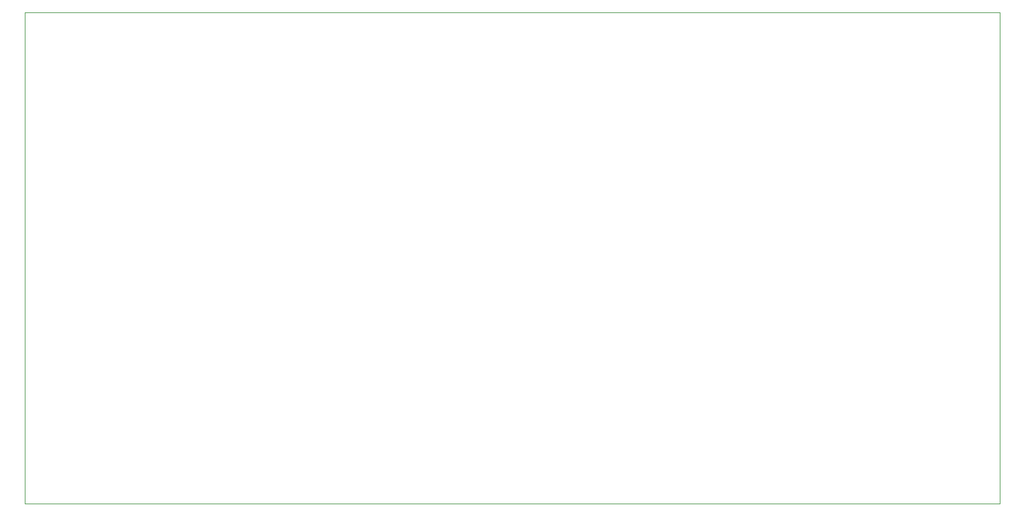
<source format=gbr>
%TF.GenerationSoftware,KiCad,Pcbnew,7.0.1*%
%TF.CreationDate,2023-09-25T23:55:44+03:00*%
%TF.ProjectId,keyboard_test,6b657962-6f61-4726-945f-746573742e6b,rev?*%
%TF.SameCoordinates,Original*%
%TF.FileFunction,Profile,NP*%
%FSLAX46Y46*%
G04 Gerber Fmt 4.6, Leading zero omitted, Abs format (unit mm)*
G04 Created by KiCad (PCBNEW 7.0.1) date 2023-09-25 23:55:44*
%MOMM*%
%LPD*%
G01*
G04 APERTURE LIST*
%TA.AperFunction,Profile*%
%ADD10C,0.100000*%
%TD*%
G04 APERTURE END LIST*
D10*
X39304100Y-80757200D02*
X172298500Y-80757200D01*
X172298500Y-147737000D01*
X39304100Y-147737000D01*
X39304100Y-80757200D01*
M02*

</source>
